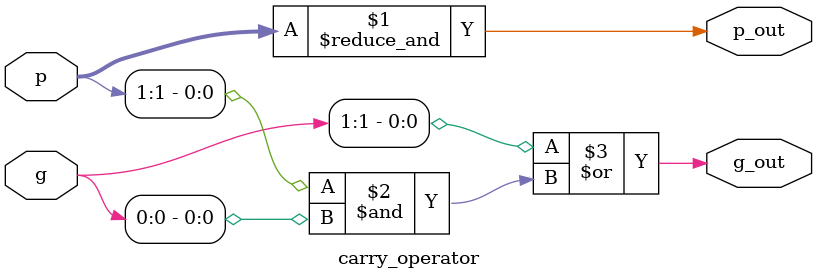
<source format=v>
`timescale 1ns / 1ps

// black cell: pg outputs, grey cell: g output only
module carry_operator #(
    parameter cell_type = 1
)(
    input [1:0] p, g,       // g'', p'', g', p'
    output p_out, g_out
    );
    generate
        if (cell_type) begin: black_cell
            assign p_out = &p;
            assign g_out = g[1]|(p[1]&g[0]);
        end
        else begin: grey_cell
            assign p_out = 1'b0;
            assign g_out = g[1]|(p[1]&g[0]);
        end
    endgenerate
endmodule

</source>
